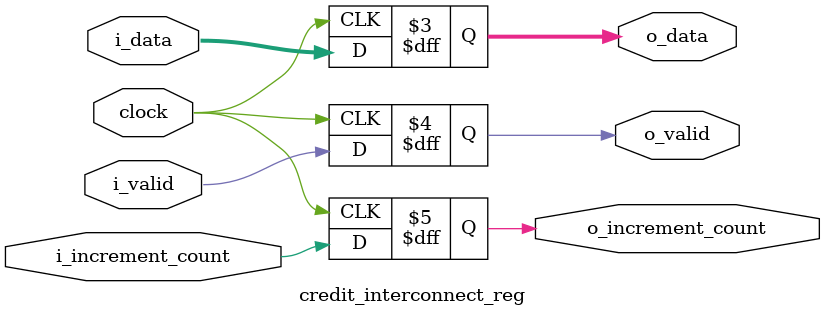
<source format=sv>
module credit_interconnect_reg #(
	/* Data Width:
	 * Data input/output bits */
	parameter DATA_WIDTH = 0

)(
/* Note no reset due to S10 inaccessibility,
   must flush the pipline and initialize registers */
	input clock,

	// Pearl Signals
	input	reg [DATA_WIDTH-1:0] i_data,
	output reg [DATA_WIDTH-1:0] o_data,

	// Control Signals
	input	reg i_valid,
	input	reg i_increment_count,
	output reg o_valid,
	output reg o_increment_count
);

	initial begin
		o_data = {(DATA_WIDTH){1'b0}};
		o_valid = 0;
		o_increment_count = 0;
	end

	always@(posedge clock) begin
		o_data <= i_data;
		o_valid <= i_valid;
		o_increment_count <= i_increment_count;
	end

endmodule

</source>
